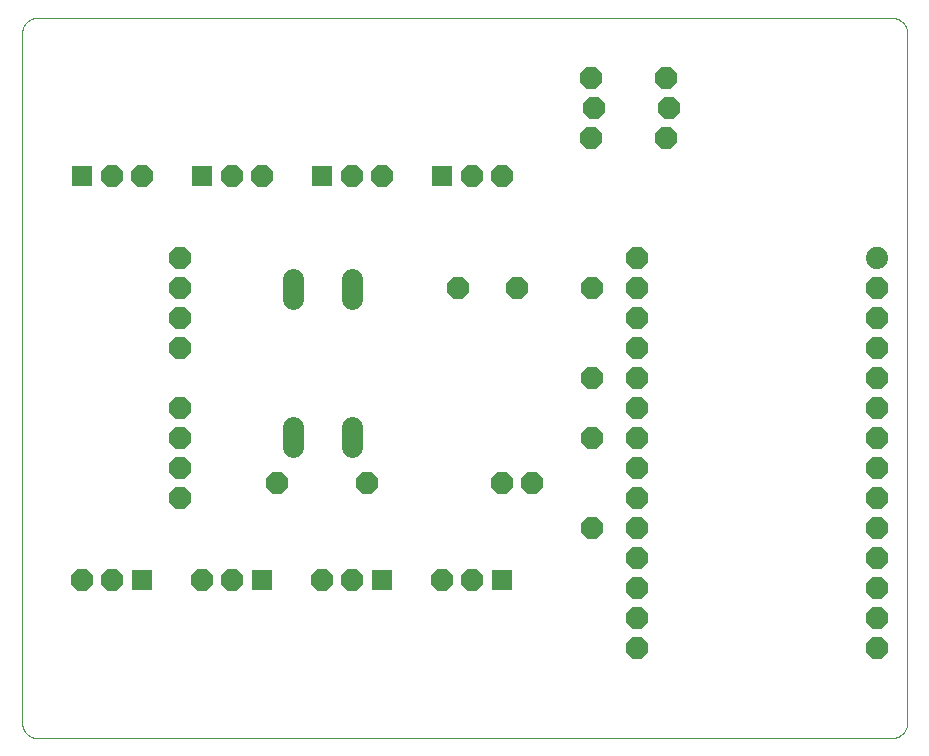
<source format=gts>
G75*
%MOIN*%
%OFA0B0*%
%FSLAX25Y25*%
%IPPOS*%
%LPD*%
%AMOC8*
5,1,8,0,0,1.08239X$1,22.5*
%
%ADD10C,0.00000*%
%ADD11OC8,0.07400*%
%ADD12R,0.07000X0.07000*%
%ADD13C,0.07400*%
%ADD14C,0.06896*%
D10*
X0011500Y0006500D02*
X0296500Y0006500D01*
X0296640Y0006502D01*
X0296780Y0006508D01*
X0296920Y0006518D01*
X0297060Y0006531D01*
X0297199Y0006549D01*
X0297338Y0006571D01*
X0297475Y0006596D01*
X0297613Y0006625D01*
X0297749Y0006658D01*
X0297884Y0006695D01*
X0298018Y0006736D01*
X0298151Y0006781D01*
X0298283Y0006829D01*
X0298413Y0006881D01*
X0298542Y0006936D01*
X0298669Y0006995D01*
X0298795Y0007058D01*
X0298919Y0007124D01*
X0299040Y0007193D01*
X0299160Y0007266D01*
X0299278Y0007343D01*
X0299393Y0007422D01*
X0299507Y0007505D01*
X0299617Y0007591D01*
X0299726Y0007680D01*
X0299832Y0007772D01*
X0299935Y0007867D01*
X0300036Y0007964D01*
X0300133Y0008065D01*
X0300228Y0008168D01*
X0300320Y0008274D01*
X0300409Y0008383D01*
X0300495Y0008493D01*
X0300578Y0008607D01*
X0300657Y0008722D01*
X0300734Y0008840D01*
X0300807Y0008960D01*
X0300876Y0009081D01*
X0300942Y0009205D01*
X0301005Y0009331D01*
X0301064Y0009458D01*
X0301119Y0009587D01*
X0301171Y0009717D01*
X0301219Y0009849D01*
X0301264Y0009982D01*
X0301305Y0010116D01*
X0301342Y0010251D01*
X0301375Y0010387D01*
X0301404Y0010525D01*
X0301429Y0010662D01*
X0301451Y0010801D01*
X0301469Y0010940D01*
X0301482Y0011080D01*
X0301492Y0011220D01*
X0301498Y0011360D01*
X0301500Y0011500D01*
X0301500Y0241500D01*
X0301498Y0241640D01*
X0301492Y0241780D01*
X0301482Y0241920D01*
X0301469Y0242060D01*
X0301451Y0242199D01*
X0301429Y0242338D01*
X0301404Y0242475D01*
X0301375Y0242613D01*
X0301342Y0242749D01*
X0301305Y0242884D01*
X0301264Y0243018D01*
X0301219Y0243151D01*
X0301171Y0243283D01*
X0301119Y0243413D01*
X0301064Y0243542D01*
X0301005Y0243669D01*
X0300942Y0243795D01*
X0300876Y0243919D01*
X0300807Y0244040D01*
X0300734Y0244160D01*
X0300657Y0244278D01*
X0300578Y0244393D01*
X0300495Y0244507D01*
X0300409Y0244617D01*
X0300320Y0244726D01*
X0300228Y0244832D01*
X0300133Y0244935D01*
X0300036Y0245036D01*
X0299935Y0245133D01*
X0299832Y0245228D01*
X0299726Y0245320D01*
X0299617Y0245409D01*
X0299507Y0245495D01*
X0299393Y0245578D01*
X0299278Y0245657D01*
X0299160Y0245734D01*
X0299040Y0245807D01*
X0298919Y0245876D01*
X0298795Y0245942D01*
X0298669Y0246005D01*
X0298542Y0246064D01*
X0298413Y0246119D01*
X0298283Y0246171D01*
X0298151Y0246219D01*
X0298018Y0246264D01*
X0297884Y0246305D01*
X0297749Y0246342D01*
X0297613Y0246375D01*
X0297475Y0246404D01*
X0297338Y0246429D01*
X0297199Y0246451D01*
X0297060Y0246469D01*
X0296920Y0246482D01*
X0296780Y0246492D01*
X0296640Y0246498D01*
X0296500Y0246500D01*
X0011500Y0246500D01*
X0011360Y0246498D01*
X0011220Y0246492D01*
X0011080Y0246482D01*
X0010940Y0246469D01*
X0010801Y0246451D01*
X0010662Y0246429D01*
X0010525Y0246404D01*
X0010387Y0246375D01*
X0010251Y0246342D01*
X0010116Y0246305D01*
X0009982Y0246264D01*
X0009849Y0246219D01*
X0009717Y0246171D01*
X0009587Y0246119D01*
X0009458Y0246064D01*
X0009331Y0246005D01*
X0009205Y0245942D01*
X0009081Y0245876D01*
X0008960Y0245807D01*
X0008840Y0245734D01*
X0008722Y0245657D01*
X0008607Y0245578D01*
X0008493Y0245495D01*
X0008383Y0245409D01*
X0008274Y0245320D01*
X0008168Y0245228D01*
X0008065Y0245133D01*
X0007964Y0245036D01*
X0007867Y0244935D01*
X0007772Y0244832D01*
X0007680Y0244726D01*
X0007591Y0244617D01*
X0007505Y0244507D01*
X0007422Y0244393D01*
X0007343Y0244278D01*
X0007266Y0244160D01*
X0007193Y0244040D01*
X0007124Y0243919D01*
X0007058Y0243795D01*
X0006995Y0243669D01*
X0006936Y0243542D01*
X0006881Y0243413D01*
X0006829Y0243283D01*
X0006781Y0243151D01*
X0006736Y0243018D01*
X0006695Y0242884D01*
X0006658Y0242749D01*
X0006625Y0242613D01*
X0006596Y0242475D01*
X0006571Y0242338D01*
X0006549Y0242199D01*
X0006531Y0242060D01*
X0006518Y0241920D01*
X0006508Y0241780D01*
X0006502Y0241640D01*
X0006500Y0241500D01*
X0006500Y0011500D01*
X0006502Y0011360D01*
X0006508Y0011220D01*
X0006518Y0011080D01*
X0006531Y0010940D01*
X0006549Y0010801D01*
X0006571Y0010662D01*
X0006596Y0010525D01*
X0006625Y0010387D01*
X0006658Y0010251D01*
X0006695Y0010116D01*
X0006736Y0009982D01*
X0006781Y0009849D01*
X0006829Y0009717D01*
X0006881Y0009587D01*
X0006936Y0009458D01*
X0006995Y0009331D01*
X0007058Y0009205D01*
X0007124Y0009081D01*
X0007193Y0008960D01*
X0007266Y0008840D01*
X0007343Y0008722D01*
X0007422Y0008607D01*
X0007505Y0008493D01*
X0007591Y0008383D01*
X0007680Y0008274D01*
X0007772Y0008168D01*
X0007867Y0008065D01*
X0007964Y0007964D01*
X0008065Y0007867D01*
X0008168Y0007772D01*
X0008274Y0007680D01*
X0008383Y0007591D01*
X0008493Y0007505D01*
X0008607Y0007422D01*
X0008722Y0007343D01*
X0008840Y0007266D01*
X0008960Y0007193D01*
X0009081Y0007124D01*
X0009205Y0007058D01*
X0009331Y0006995D01*
X0009458Y0006936D01*
X0009587Y0006881D01*
X0009717Y0006829D01*
X0009849Y0006781D01*
X0009982Y0006736D01*
X0010116Y0006695D01*
X0010251Y0006658D01*
X0010387Y0006625D01*
X0010525Y0006596D01*
X0010662Y0006571D01*
X0010801Y0006549D01*
X0010940Y0006531D01*
X0011080Y0006518D01*
X0011220Y0006508D01*
X0011360Y0006502D01*
X0011500Y0006500D01*
D11*
X0026500Y0059256D03*
X0036500Y0059256D03*
X0066500Y0059256D03*
X0076500Y0059256D03*
X0106500Y0059256D03*
X0116500Y0059256D03*
X0146500Y0059256D03*
X0156500Y0059256D03*
X0166500Y0091500D03*
X0176500Y0091500D03*
X0196500Y0076500D03*
X0211500Y0076500D03*
X0211500Y0066500D03*
X0211500Y0056500D03*
X0211500Y0046500D03*
X0211500Y0036500D03*
X0211500Y0086500D03*
X0211500Y0096500D03*
X0211500Y0106500D03*
X0211500Y0116500D03*
X0211500Y0126500D03*
X0211500Y0136500D03*
X0211500Y0146500D03*
X0211500Y0156500D03*
X0211500Y0166500D03*
X0196500Y0156500D03*
X0171343Y0156500D03*
X0151657Y0156500D03*
X0196500Y0126500D03*
X0196500Y0106500D03*
X0121500Y0091500D03*
X0091500Y0091500D03*
X0059256Y0086500D03*
X0059256Y0096500D03*
X0059256Y0106500D03*
X0059256Y0116500D03*
X0059256Y0136500D03*
X0059256Y0146500D03*
X0059256Y0156500D03*
X0059256Y0166500D03*
X0046500Y0193744D03*
X0036500Y0193744D03*
X0076500Y0193744D03*
X0086500Y0193744D03*
X0116500Y0193744D03*
X0126500Y0193744D03*
X0156500Y0193744D03*
X0166500Y0193744D03*
X0196000Y0206500D03*
X0197000Y0216500D03*
X0196000Y0226500D03*
X0221000Y0226500D03*
X0222000Y0216500D03*
X0221000Y0206500D03*
X0291500Y0156500D03*
X0291500Y0146500D03*
X0291500Y0136500D03*
X0291500Y0126500D03*
X0291500Y0116500D03*
X0291500Y0106500D03*
X0291500Y0096500D03*
X0291500Y0086500D03*
X0291500Y0076500D03*
X0291500Y0066500D03*
X0291500Y0056500D03*
X0291500Y0046500D03*
X0291500Y0036500D03*
D12*
X0166500Y0059256D03*
X0126500Y0059256D03*
X0086500Y0059256D03*
X0046500Y0059256D03*
X0026500Y0193744D03*
X0066500Y0193744D03*
X0106500Y0193744D03*
X0146500Y0193744D03*
D13*
X0291500Y0166500D03*
D14*
X0116343Y0159354D02*
X0116343Y0152858D01*
X0096657Y0152858D02*
X0096657Y0159354D01*
X0096657Y0110142D02*
X0096657Y0103646D01*
X0116343Y0103646D02*
X0116343Y0110142D01*
M02*

</source>
